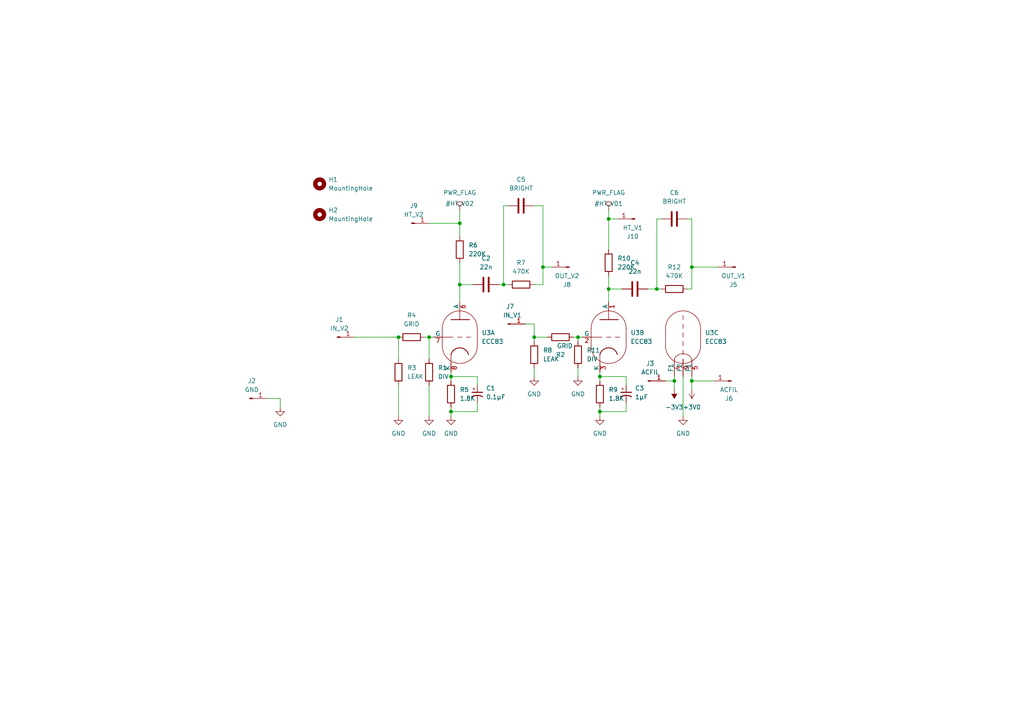
<source format=kicad_sch>
(kicad_sch (version 20211123) (generator eeschema)
  (paper "A4")
  (lib_symbols
    (symbol "Connector:Conn_01x01_Male" (pin_names (offset 1.016) hide)
      (property "Reference" "J" (at 0 2.54 0))
      (property "Value" "Conn_01x01_Male" (at 0 -2.54 0))
      (symbol "Conn_01x01_Male_1_1"
        (polyline (pts (xy 1.27 0) (xy 0.8636 0)) (stroke (width 0.1524)))
        (rectangle (start 0.8636 0.127) (end 0 -0.127) (stroke (width 0.1524)) (fill (type outline)))
        (pin passive line (at 5.08 0 180) (length 3.81) (name "Pin_1") (number "1"))
      )
    )
    (symbol "Device:C" (pin_numbers hide) (pin_names (offset 0.254))
      (property "Reference" "C" (at 0.635 2.54 0))
      (property "Value" "C" (at 0.635 -2.54 0))
      (symbol "C_0_1"
        (polyline (pts (xy -2.032 -0.762) (xy 2.032 -0.762)) (stroke (width 0.508)))
        (polyline (pts (xy -2.032 0.762) (xy 2.032 0.762)) (stroke (width 0.508)))
      )
      (symbol "C_1_1"
        (pin passive line (at 0 3.81 270) (length 2.794) (name "~") (number "1"))
        (pin passive line (at 0 -3.81 90) (length 2.794) (name "~") (number "2"))
      )
    )
    (symbol "Device:C_Polarized_Small_US" (pin_numbers hide) (pin_names (offset 0.254) hide)
      (property "Reference" "C" (at 0.254 1.778 0))
      (property "Value" "C_Polarized_Small_US" (at 0.254 -2.032 0))
      (symbol "C_Polarized_Small_US_0_1"
        (polyline (pts (xy -1.524 0.508) (xy 1.524 0.508)) (stroke (width 0.3048)))
        (polyline (pts (xy -1.27 1.524) (xy -0.762 1.524)))
        (polyline (pts (xy -1.016 1.27) (xy -1.016 1.778)))
        (arc (start 1.524 -0.762) (mid 0 -0.3734) (end -1.524 -0.762) (stroke (width 0.3048)))
      )
      (symbol "C_Polarized_Small_US_1_1"
        (pin passive line (at 0 2.54 270) (length 2.032) (name "~") (number "1"))
        (pin passive line (at 0 -2.54 90) (length 2.032) (name "~") (number "2"))
      )
    )
    (symbol "Device:R" (pin_numbers hide) (pin_names (offset 0))
      (property "Reference" "R" (at 2.032 0 90))
      (property "Value" "R" (at 0 0 90))
      (symbol "R_0_1"
        (rectangle (start -1.016 -2.54) (end 1.016 2.54) (stroke (width 0.254)))
      )
      (symbol "R_1_1"
        (pin passive line (at 0 3.81 270) (length 1.27) (name "~") (number "1"))
        (pin passive line (at 0 -3.81 90) (length 1.27) (name "~") (number "2"))
      )
    )
    (symbol "Mechanical:MountingHole" (pin_names (offset 1.016))
      (property "Reference" "H" (at 0 5.08 0))
      (property "Value" "MountingHole" (at 0 3.175 0))
      (symbol "MountingHole_0_1"
        (circle (center 0 0) (radius 1.27) (stroke (width 1.27)))
      )
    )
    (symbol "Valve:6N2P" (pin_names (offset 0))
      (property "Reference" "U" (at 3.302 7.874 0))
      (property "Value" "6N2P" (at 8.89 -7.62 0))
      (symbol "6N2P_0_1"
        (arc (start -5.08 -2.54) (mid 0 -7.62) (end 5.08 -2.54))
        (polyline (pts (xy 5.08 2.54) (xy 5.08 -2.54)))
        (polyline (pts (xy -5.08 2.54) (xy -5.08 -2.54) (xy -5.08 -2.54)))
        (arc (start 5.08 2.54) (mid 0 7.62) (end -5.08 2.54))
      )
      (symbol "6N2P_1_0"
        (polyline (pts (xy -2.54 -5.08) (xy -2.54 -7.62)))
        (polyline (pts (xy 0 5.08) (xy 0 7.62)))
      )
      (symbol "6N2P_1_1"
        (polyline (pts (xy -5.08 0) (xy -3.175 0)))
        (polyline (pts (xy -1.905 0) (xy -3.175 0)) (stroke (width 0.1524)))
        (polyline (pts (xy -0.635 0) (xy 0.635 0)) (stroke (width 0.1524)))
        (polyline (pts (xy 1.905 0) (xy 3.175 0)) (stroke (width 0.1524)))
        (polyline (pts (xy -2.54 5.08) (xy 2.794 5.08) (xy 2.794 5.08)) (stroke (width 0.254)))
        (arc (start 2.54 -5.08) (mid 0 -3.0968) (end -2.54 -5.08) (stroke (width 0.254)))
        (pin output line (at 0 10.16 270) (length 2.54) (name "A") (number "6"))
        (pin input line (at -7.62 0 0) (length 2.54) (name "G") (number "7"))
        (pin bidirectional line (at -2.54 -10.16 90) (length 2.54) (name "K") (number "8"))
      )
      (symbol "6N2P_2_0"
        (polyline (pts (xy -2.54 -5.08) (xy -2.54 -7.62)))
        (polyline (pts (xy 0 5.08) (xy 0 7.62)))
      )
      (symbol "6N2P_2_1"
        (polyline (pts (xy -5.08 0) (xy -3.175 0)))
        (polyline (pts (xy -1.905 0) (xy -3.175 0)) (stroke (width 0.1524)))
        (polyline (pts (xy -0.635 0) (xy 0.635 0)) (stroke (width 0.1524)))
        (polyline (pts (xy 1.905 0) (xy 3.175 0)) (stroke (width 0.1524)))
        (polyline (pts (xy -2.54 5.08) (xy 2.794 5.08) (xy 2.794 5.08)) (stroke (width 0.254)))
        (arc (start 2.54 -5.08) (mid 0 -3.0968) (end -2.54 -5.08) (stroke (width 0.254)))
        (pin output line (at 0 10.16 270) (length 2.54) (name "A") (number "1"))
        (pin input line (at -7.62 0 0) (length 2.54) (name "G") (number "2"))
        (pin bidirectional line (at -2.54 -10.16 90) (length 2.54) (name "K") (number "3"))
      )
      (symbol "6N2P_3_1"
        (polyline (pts (xy 0 -5.08) (xy 0 -3.81)))
        (polyline (pts (xy 0 -2.54) (xy 0 -1.27)))
        (polyline (pts (xy 0 0) (xy 0 1.27)))
        (polyline (pts (xy 0 2.54) (xy 0 3.81)))
        (polyline (pts (xy 0 5.08) (xy 0 6.35)))
        (arc (start 2.54 -6.35) (mid 0 -4.7823) (end -2.54 -6.35))
        (pin power_in line (at -2.54 -11.43 90) (length 5.08) (name "F1") (number "4"))
        (pin power_in line (at 2.54 -11.43 90) (length 5.08) (name "F1") (number "5"))
        (pin power_in line (at 0 -11.43 90) (length 5.08) (name "F2") (number "9"))
      )
    )
    (symbol "power:+3V0" (power) (pin_names (offset 0))
      (property "Value" "+3V0" (at 0 3.556 0))
      (symbol "+3V0_0_1"
        (polyline (pts (xy -0.762 1.27) (xy 0 2.54)))
        (polyline (pts (xy 0 0) (xy 0 2.54)))
        (polyline (pts (xy 0 2.54) (xy 0.762 1.27)))
      )
      (symbol "+3V0_1_1"
        (pin power_in line (at 0 0 90) (length 0) hide (name "+3V0") (number "1"))
      )
    )
    (symbol "power:-3V3" (power) (pin_names (offset 0))
      (property "Value" "-3V3" (at 0 3.81 0))
      (symbol "-3V3_0_0"
        (pin power_in line (at 0 0 90) (length 0) hide (name "-3V3") (number "1"))
      )
      (symbol "-3V3_0_1"
        (polyline (pts (xy 0 0) (xy 0 1.27) (xy 0.762 1.27) (xy 0 2.54) (xy -0.762 1.27) (xy 0 1.27)) (fill (type outline)))
      )
    )
    (symbol "power:GND" (power) (pin_names (offset 0))
      (property "Value" "GND" (at 0 -3.81 0))
      (symbol "GND_0_1"
        (polyline (pts (xy 0 0) (xy 0 -1.27) (xy 1.27 -1.27) (xy 0 -2.54) (xy -1.27 -1.27) (xy 0 -1.27)))
      )
      (symbol "GND_1_1"
        (pin power_in line (at 0 0 270) (length 0) hide (name "GND") (number "1"))
      )
    )
    (symbol "power:PWR_FLAG" (power) (pin_numbers hide) (pin_names (offset 0) hide)
      (property "Value" "PWR_FLAG" (at 0 3.81 0))
      (symbol "PWR_FLAG_0_0"
        (pin power_out line (at 0 0 90) (length 0) (name "pwr") (number "1"))
      )
      (symbol "PWR_FLAG_0_1"
        (polyline (pts (xy 0 0) (xy 0 1.27) (xy -1.016 1.905) (xy 0 2.54) (xy 1.016 1.905) (xy 0 1.27)))
      )
    )
  )
  (junction (at 176.53 63.5))
  (junction (at 200.66 110.49))
  (junction (at 157.48 77.47))
  (junction (at 130.81 109.22))
  (junction (at 133.35 82.55))
  (junction (at 190.5 83.82))
  (junction (at 133.35 64.77))
  (junction (at 200.66 77.47))
  (junction (at 173.99 109.22))
  (junction (at 176.53 83.82))
  (junction (at 195.58 110.49))
  (junction (at 173.99 119.38))
  (junction (at 154.94 97.79))
  (junction (at 167.64 97.79))
  (junction (at 115.57 97.79))
  (junction (at 130.81 119.38))
  (junction (at 124.46 97.79))
  (junction (at 146.05 82.55))
  (wire (pts (xy 190.5 63.5) (xy 190.5 83.82)))
  (wire (pts (xy 130.81 118.11) (xy 130.81 119.38)))
  (wire (pts (xy 144.78 82.55) (xy 146.05 82.55)))
  (wire (pts (xy 200.66 77.47) (xy 208.28 77.47)))
  (wire (pts (xy 200.66 110.49) (xy 207.01 110.49)))
  (wire (pts (xy 124.46 97.79) (xy 125.73 97.79)))
  (wire (pts (xy 176.53 63.5) (xy 176.53 72.39)))
  (wire (pts (xy 154.94 106.68) (xy 154.94 109.22)))
  (wire (pts (xy 123.19 97.79) (xy 124.46 97.79)))
  (wire (pts (xy 124.46 111.76) (xy 124.46 120.65)))
  (wire (pts (xy 181.61 111.76) (xy 181.61 109.22)))
  (wire (pts (xy 77.47 115.57) (xy 81.28 115.57)))
  (wire (pts (xy 200.66 77.47) (xy 200.66 83.82)))
  (wire (pts (xy 124.46 64.77) (xy 133.35 64.77)))
  (wire (pts (xy 157.48 59.69) (xy 157.48 77.47)))
  (wire (pts (xy 166.37 97.79) (xy 167.64 97.79)))
  (wire (pts (xy 195.58 109.22) (xy 195.58 110.49)))
  (wire (pts (xy 115.57 111.76) (xy 115.57 120.65)))
  (wire (pts (xy 198.12 109.22) (xy 198.12 120.65)))
  (wire (pts (xy 154.94 93.98) (xy 154.94 97.79)))
  (wire (pts (xy 181.61 116.84) (xy 181.61 119.38)))
  (wire (pts (xy 173.99 119.38) (xy 173.99 120.65)))
  (wire (pts (xy 193.04 110.49) (xy 195.58 110.49)))
  (wire (pts (xy 130.81 107.95) (xy 130.81 109.22)))
  (wire (pts (xy 167.64 97.79) (xy 168.91 97.79)))
  (wire (pts (xy 130.81 119.38) (xy 130.81 120.65)))
  (wire (pts (xy 191.77 63.5) (xy 190.5 63.5)))
  (wire (pts (xy 176.53 60.96) (xy 176.53 63.5)))
  (wire (pts (xy 200.66 63.5) (xy 200.66 77.47)))
  (wire (pts (xy 138.43 111.76) (xy 138.43 109.22)))
  (wire (pts (xy 157.48 82.55) (xy 154.94 82.55)))
  (wire (pts (xy 130.81 109.22) (xy 138.43 109.22)))
  (wire (pts (xy 154.94 97.79) (xy 154.94 99.06)))
  (wire (pts (xy 138.43 119.38) (xy 130.81 119.38)))
  (wire (pts (xy 146.05 59.69) (xy 146.05 82.55)))
  (wire (pts (xy 130.81 109.22) (xy 130.81 110.49)))
  (wire (pts (xy 173.99 109.22) (xy 173.99 110.49)))
  (wire (pts (xy 176.53 83.82) (xy 176.53 87.63)))
  (wire (pts (xy 199.39 63.5) (xy 200.66 63.5)))
  (wire (pts (xy 133.35 60.96) (xy 133.35 64.77)))
  (wire (pts (xy 133.35 82.55) (xy 133.35 87.63)))
  (wire (pts (xy 167.64 97.79) (xy 167.64 99.06)))
  (wire (pts (xy 115.57 97.79) (xy 115.57 104.14)))
  (wire (pts (xy 154.94 59.69) (xy 157.48 59.69)))
  (wire (pts (xy 181.61 119.38) (xy 173.99 119.38)))
  (wire (pts (xy 176.53 63.5) (xy 179.07 63.5)))
  (wire (pts (xy 190.5 83.82) (xy 191.77 83.82)))
  (wire (pts (xy 147.32 59.69) (xy 146.05 59.69)))
  (wire (pts (xy 146.05 82.55) (xy 147.32 82.55)))
  (wire (pts (xy 173.99 118.11) (xy 173.99 119.38)))
  (wire (pts (xy 173.99 109.22) (xy 181.61 109.22)))
  (wire (pts (xy 173.99 107.95) (xy 173.99 109.22)))
  (wire (pts (xy 157.48 77.47) (xy 157.48 82.55)))
  (wire (pts (xy 102.87 97.79) (xy 115.57 97.79)))
  (wire (pts (xy 200.66 109.22) (xy 200.66 110.49)))
  (wire (pts (xy 133.35 64.77) (xy 133.35 68.58)))
  (wire (pts (xy 176.53 80.01) (xy 176.53 83.82)))
  (wire (pts (xy 154.94 97.79) (xy 158.75 97.79)))
  (wire (pts (xy 81.28 115.57) (xy 81.28 118.11)))
  (wire (pts (xy 133.35 82.55) (xy 137.16 82.55)))
  (wire (pts (xy 187.96 83.82) (xy 190.5 83.82)))
  (wire (pts (xy 176.53 83.82) (xy 180.34 83.82)))
  (wire (pts (xy 199.39 83.82) (xy 200.66 83.82)))
  (wire (pts (xy 138.43 116.84) (xy 138.43 119.38)))
  (wire (pts (xy 152.4 93.98) (xy 154.94 93.98)))
  (wire (pts (xy 133.35 76.2) (xy 133.35 82.55)))
  (wire (pts (xy 195.58 110.49) (xy 195.58 113.03)))
  (wire (pts (xy 200.66 110.49) (xy 200.66 113.03)))
  (wire (pts (xy 157.48 77.47) (xy 160.02 77.47)))
  (wire (pts (xy 124.46 97.79) (xy 124.46 104.14)))
  (wire (pts (xy 167.64 106.68) (xy 167.64 109.22)))
  (symbol (lib_id "Connector:Conn_01x01_Male") (at 184.15 63.5 180) (unit 1)
    (property "Reference" "J10" (at 183.515 68.58 0))
    (property "Value" "HT_V1" (at 183.515 66.04 0))
    (property "Footprint" "Connector_Wire:SolderWire-0.75sqmm_1x01_D1.25mm_OD3.5mm" (effects hide))
  )
  (symbol (lib_id "Device:C") (at 195.58 63.5 90) (unit 1)
    (property "Reference" "C6" (at 195.58 55.88 90))
    (property "Value" "BRIGHT" (at 195.58 58.42 90))
    (property "Footprint" "Capacitor_THT:C_Rect_L9.0mm_W4.2mm_P7.50mm_MKT" (effects hide))
  )
  (symbol (lib_id "power:GND") (at 167.64 109.22 0) (unit 1)
    (property "Reference" "#PWR0101" (effects hide))
    (property "Value" "GND" (at 167.64 114.3 0))
  )
  (symbol (lib_id "Device:R") (at 115.57 107.95 0) (unit 1)
    (property "Reference" "R3" (at 118.11 106.6799 0) (effects (justify left)))
    (property "Value" "LEAK" (at 118.11 109.2199 0) (effects (justify left)))
    (property "Footprint" "Resistor_THT:R_Axial_DIN0309_L9.0mm_D3.2mm_P15.24mm_Horizontal" (effects hide))
  )
  (symbol (lib_id "power:GND") (at 154.94 109.22 0) (unit 1)
    (property "Reference" "#PWR0111" (effects hide))
    (property "Value" "GND" (at 154.94 114.3 0))
  )
  (symbol (lib_id "Connector:Conn_01x01_Male") (at 187.96 110.49 0) (unit 1)
    (property "Reference" "J3" (at 188.595 105.41 0))
    (property "Value" "ACFIL" (at 188.595 107.95 0))
    (property "Footprint" "Connector_Wire:SolderWire-0.75sqmm_1x01_D1.25mm_OD3.5mm" (effects hide))
  )
  (symbol (lib_id "Mechanical:MountingHole") (at 92.71 53.34 0) (unit 1)
    (property "Reference" "H1" (at 95.25 52.0699 0) (effects (justify left)))
    (property "Value" "MountingHole" (at 95.25 54.6099 0) (effects (justify left)))
    (property "Footprint" "MountingHole:MountingHole_3.2mm_M3" (effects hide))
  )
  (symbol (lib_id "power:GND") (at 115.57 120.65 0) (unit 1)
    (property "Reference" "#PWR0107" (effects hide))
    (property "Value" "GND" (at 115.57 125.73 0))
  )
  (symbol (lib_id "power:GND") (at 81.28 118.11 0) (unit 1)
    (property "Reference" "#PWR0102" (effects hide))
    (property "Value" "GND" (at 81.28 123.19 0))
  )
  (symbol (lib_id "Device:C") (at 140.97 82.55 90) (unit 1)
    (property "Reference" "C2" (at 140.97 74.93 90))
    (property "Value" "22n" (at 140.97 77.47 90))
    (property "Footprint" "Capacitor_THT:C_Rect_L11.0mm_W4.2mm_P10.00mm_MKT" (effects hide))
  )
  (symbol (lib_id "Connector:Conn_01x01_Male") (at 147.32 93.98 0) (unit 1)
    (property "Reference" "J7" (at 147.955 88.9 0))
    (property "Value" "IN_V1" (at 148.59 91.44 0))
    (property "Footprint" "Connector_Wire:SolderWire-0.75sqmm_1x01_D1.25mm_OD3.5mm" (effects hide))
  )
  (symbol (lib_id "Device:R") (at 133.35 72.39 0) (unit 1)
    (property "Reference" "R6" (at 135.89 71.1199 0) (effects (justify left)))
    (property "Value" "220K" (at 135.89 73.6599 0) (effects (justify left)))
    (property "Footprint" "Resistor_THT:R_Axial_DIN0309_L9.0mm_D3.2mm_P20.32mm_Horizontal" (effects hide))
  )
  (symbol (lib_id "Mechanical:MountingHole") (at 92.71 62.23 0) (unit 1)
    (property "Reference" "H2" (at 95.25 60.9599 0) (effects (justify left)))
    (property "Value" "MountingHole" (at 95.25 63.4999 0) (effects (justify left)))
    (property "Footprint" "MountingHole:MountingHole_3.2mm_M3" (effects hide))
  )
  (symbol (lib_id "power:GND") (at 173.99 120.65 0) (unit 1)
    (property "Reference" "#PWR0112" (effects hide))
    (property "Value" "GND" (at 173.99 125.73 0))
  )
  (symbol (lib_id "Valve:6N2P") (at 176.53 97.79 0) (unit 2)
    (property "Reference" "U3" (at 182.88 96.5199 0) (effects (justify left)))
    (property "Value" "ECC83" (at 182.88 99.0599 0) (effects (justify left)))
    (property "Footprint" "Valve:Valve_6N2P" (effects hide))
    (property "Datasheet" "http://www.r-type.org/pdfs/6n2p.pdf" (effects hide))
  )
  (symbol (lib_id "Device:R") (at 151.13 82.55 90) (unit 1)
    (property "Reference" "R7" (at 151.13 76.2 90))
    (property "Value" "470K" (at 151.13 78.74 90))
    (property "Footprint" "Resistor_THT:R_Axial_DIN0309_L9.0mm_D3.2mm_P15.24mm_Horizontal" (effects hide))
  )
  (symbol (lib_id "Valve:6N2P") (at 133.35 97.79 0) (unit 1)
    (property "Reference" "U3" (at 139.7 96.5199 0) (effects (justify left)))
    (property "Value" "ECC83" (at 139.7 99.0599 0) (effects (justify left)))
    (property "Footprint" "Valve:Valve_6N2P" (effects hide))
    (property "Datasheet" "http://www.r-type.org/pdfs/6n2p.pdf" (effects hide))
  )
  (symbol (lib_id "Device:R") (at 195.58 83.82 90) (unit 1)
    (property "Reference" "R12" (at 195.58 77.47 90))
    (property "Value" "470K" (at 195.58 80.01 90))
    (property "Footprint" "Resistor_THT:R_Axial_DIN0309_L9.0mm_D3.2mm_P15.24mm_Horizontal" (effects hide))
  )
  (symbol (lib_id "Connector:Conn_01x01_Male") (at 165.1 77.47 180) (unit 1)
    (property "Reference" "J8" (at 164.465 82.55 0))
    (property "Value" "OUT_V2" (at 164.465 80.01 0))
    (property "Footprint" "Connector_Wire:SolderWire-0.75sqmm_1x01_D1.25mm_OD3.5mm" (effects hide))
  )
  (symbol (lib_id "Connector:Conn_01x01_Male") (at 212.09 110.49 180) (unit 1)
    (property "Reference" "J6" (at 211.455 115.57 0))
    (property "Value" "ACFIL" (at 211.455 113.03 0))
    (property "Footprint" "Connector_Wire:SolderWire-0.75sqmm_1x01_D1.25mm_OD3.5mm" (effects hide))
  )
  (symbol (lib_id "Device:R") (at 130.81 114.3 0) (unit 1)
    (property "Reference" "R5" (at 133.35 113.0299 0) (effects (justify left)))
    (property "Value" "1.8K" (at 133.35 115.5699 0) (effects (justify left)))
    (property "Footprint" "Resistor_THT:R_Axial_DIN0309_L9.0mm_D3.2mm_P15.24mm_Horizontal" (effects hide))
  )
  (symbol (lib_id "Device:R") (at 124.46 107.95 180) (unit 1)
    (property "Reference" "R1" (at 127 106.6799 0) (effects (justify right)))
    (property "Value" "DIV" (at 127 109.2199 0) (effects (justify right)))
    (property "Footprint" "Resistor_THT:R_Axial_DIN0309_L9.0mm_D3.2mm_P15.24mm_Horizontal" (effects hide))
  )
  (symbol (lib_id "Device:R") (at 173.99 114.3 0) (unit 1)
    (property "Reference" "R9" (at 176.53 113.0299 0) (effects (justify left)))
    (property "Value" "1.8K" (at 176.53 115.5699 0) (effects (justify left)))
    (property "Footprint" "Resistor_THT:R_Axial_DIN0309_L9.0mm_D3.2mm_P15.24mm_Horizontal" (effects hide))
  )
  (symbol (lib_id "Connector:Conn_01x01_Male") (at 213.36 77.47 180) (unit 1)
    (property "Reference" "J5" (at 212.725 82.55 0))
    (property "Value" "OUT_V1" (at 212.725 80.01 0))
    (property "Footprint" "Connector_Wire:SolderWire-0.75sqmm_1x01_D1.25mm_OD3.5mm" (effects hide))
  )
  (symbol (lib_id "power:+3V0") (at 200.66 113.03 180) (unit 1)
    (property "Reference" "#PWR0110" (effects hide))
    (property "Value" "+3V0" (at 200.66 118.11 0))
  )
  (symbol (lib_id "Connector:Conn_01x01_Male") (at 119.38 64.77 0) (unit 1)
    (property "Reference" "J9" (at 120.015 59.69 0))
    (property "Value" "HT_V2" (at 120.015 62.23 0))
    (property "Footprint" "Connector_Wire:SolderWire-0.75sqmm_1x01_D1.25mm_OD3.5mm" (effects hide))
  )
  (symbol (lib_id "power:GND") (at 198.12 120.65 0) (unit 1)
    (property "Reference" "#PWR0109" (effects hide))
    (property "Value" "GND" (at 198.12 125.73 0))
  )
  (symbol (lib_id "Device:R") (at 154.94 102.87 180) (unit 1)
    (property "Reference" "R8" (at 157.48 101.5999 0) (effects (justify right)))
    (property "Value" "LEAK" (at 157.48 104.1399 0) (effects (justify right)))
    (property "Footprint" "Resistor_THT:R_Axial_DIN0309_L9.0mm_D3.2mm_P15.24mm_Horizontal" (effects hide))
  )
  (symbol (lib_id "Device:C") (at 151.13 59.69 90) (unit 1)
    (property "Reference" "C5" (at 151.13 52.07 90))
    (property "Value" "BRIGHT" (at 151.13 54.61 90))
    (property "Footprint" "Capacitor_THT:C_Rect_L9.0mm_W4.2mm_P7.50mm_MKT" (effects hide))
  )
  (symbol (lib_id "power:GND") (at 124.46 120.65 0) (unit 1)
    (property "Reference" "#PWR0103" (effects hide))
    (property "Value" "GND" (at 124.46 125.73 0))
  )
  (symbol (lib_id "power:-3V3") (at 195.58 113.03 180) (unit 1)
    (property "Reference" "#PWR0108" (effects hide))
    (property "Value" "-3V3" (at 195.58 118.11 0))
  )
  (symbol (lib_id "Connector:Conn_01x01_Male") (at 72.39 115.57 0) (unit 1)
    (property "Reference" "J2" (at 73.025 110.49 0))
    (property "Value" "GND" (at 73.025 113.03 0))
    (property "Footprint" "Connector_Wire:SolderWire-1.5sqmm_1x01_D1.7mm_OD3.9mm" (effects hide))
  )
  (symbol (lib_id "Device:C_Polarized_Small_US") (at 181.61 114.3 0) (unit 1)
    (property "Reference" "C3" (at 184.15 112.5981 0) (effects (justify left)))
    (property "Value" "1µF" (at 184.15 115.1381 0) (effects (justify left)))
    (property "Footprint" "Capacitor_THT:CP_Radial_D5.0mm_P2.50mm" (effects hide))
  )
  (symbol (lib_id "Device:R") (at 167.64 102.87 180) (unit 1)
    (property "Reference" "R11" (at 170.18 101.5999 0) (effects (justify right)))
    (property "Value" "DIV" (at 170.18 104.1399 0) (effects (justify right)))
    (property "Footprint" "Resistor_THT:R_Axial_DIN0309_L9.0mm_D3.2mm_P15.24mm_Horizontal" (effects hide))
  )
  (symbol (lib_id "power:PWR_FLAG") (at 133.35 60.96 0) (unit 1)
    (property "Reference" "#HT_V02" (at 133.35 59.055 0))
    (property "Value" "PWR_FLAG" (at 133.35 55.88 0))
    (property "Footprint" "Connector_Wire:SolderWire-0.75sqmm_1x01_D1.25mm_OD3.5mm" (effects hide))
  )
  (symbol (lib_id "Device:C_Polarized_Small_US") (at 138.43 114.3 0) (unit 1)
    (property "Reference" "C1" (at 140.97 112.5981 0) (effects (justify left)))
    (property "Value" "0.1µF" (at 140.97 115.1381 0) (effects (justify left)))
    (property "Footprint" "Capacitor_THT:CP_Radial_D5.0mm_P2.50mm" (effects hide))
  )
  (symbol (lib_id "Connector:Conn_01x01_Male") (at 97.79 97.79 0) (unit 1)
    (property "Reference" "J1" (at 98.425 92.71 0))
    (property "Value" "IN_V2" (at 98.425 95.25 0))
    (property "Footprint" "Connector_Wire:SolderWire-0.75sqmm_1x01_D1.25mm_OD3.5mm" (effects hide))
  )
  (symbol (lib_id "Device:R") (at 162.56 97.79 90) (unit 1)
    (property "Reference" "R2" (at 162.56 102.87 90))
    (property "Value" "GRID" (at 163.83 100.33 90))
    (property "Footprint" "Resistor_THT:R_Axial_DIN0309_L9.0mm_D3.2mm_P15.24mm_Horizontal" (effects hide))
  )
  (symbol (lib_id "power:PWR_FLAG") (at 176.53 60.96 0) (unit 1)
    (property "Reference" "#HT_V01" (at 176.53 59.055 0))
    (property "Value" "PWR_FLAG" (at 176.53 55.88 0))
    (property "Footprint" "Connector_Wire:SolderWire-0.75sqmm_1x01_D1.25mm_OD3.5mm" (effects hide))
  )
  (symbol (lib_id "Device:R") (at 176.53 76.2 0) (unit 1)
    (property "Reference" "R10" (at 179.07 74.9299 0) (effects (justify left)))
    (property "Value" "220K" (at 179.07 77.4699 0) (effects (justify left)))
    (property "Footprint" "Resistor_THT:R_Axial_DIN0309_L9.0mm_D3.2mm_P20.32mm_Horizontal" (effects hide))
  )
  (symbol (lib_id "power:GND") (at 130.81 120.65 0) (unit 1)
    (property "Reference" "#PWR0106" (effects hide))
    (property "Value" "GND" (at 130.81 125.73 0))
  )
  (symbol (lib_id "Device:C") (at 184.15 83.82 90) (unit 1)
    (property "Reference" "C4" (at 184.15 76.2 90))
    (property "Value" "22n" (at 184.15 78.74 90))
    (property "Footprint" "Capacitor_THT:C_Rect_L11.0mm_W4.2mm_P10.00mm_MKT" (effects hide))
  )
  (symbol (lib_id "Valve:6N2P") (at 198.12 97.79 0) (unit 3)
    (property "Reference" "U3" (at 204.47 96.5199 0) (effects (justify left)))
    (property "Value" "ECC83" (at 204.47 99.0599 0) (effects (justify left)))
    (property "Footprint" "Valve:Valve_6N2P" (effects hide))
    (property "Datasheet" "http://www.r-type.org/pdfs/6n2p.pdf" (effects hide))
  )
  (symbol (lib_id "Device:R") (at 119.38 97.79 90) (unit 1)
    (property "Reference" "R4" (at 119.38 91.44 90))
    (property "Value" "GRID" (at 119.38 93.98 90))
    (property "Footprint" "Resistor_THT:R_Axial_DIN0309_L9.0mm_D3.2mm_P15.24mm_Horizontal" (effects hide))
  )
)
</source>
